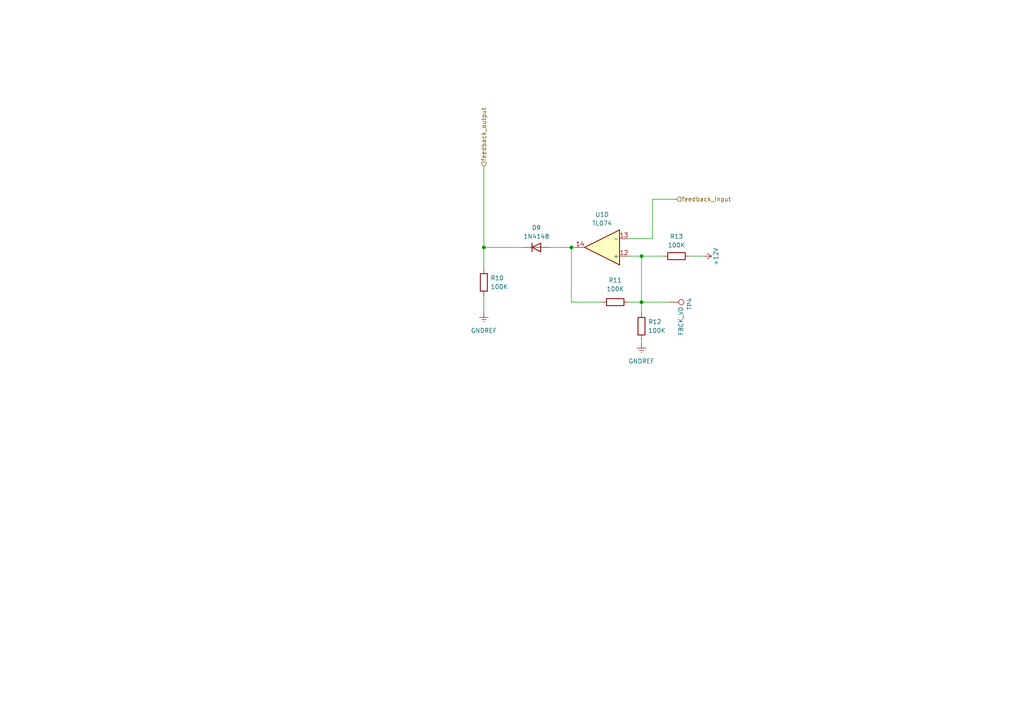
<source format=kicad_sch>
(kicad_sch (version 20231120) (generator "eeschema") (generator_version "8.0")
  (paper "A4")
  (lib_symbols
    (symbol "Amplifier_Operational:TL074" (pin_names (offset 0.127))
      (property "Reference" "U" (at 0 5.08 0))
      (property "Value" "TL074" (at 0 -5.08 0))
      (symbol "TL074_1_1"
        (polyline (pts (xy -5.08 5.08) (xy 5.08 0) (xy -5.08 -5.08) (xy -5.08 5.08)) (stroke (width 0.254)) (fill (type background)))
        (pin output line (at 7.62 0 180) (length 2.54) (name "~") (number "1"))
        (pin input line (at -7.62 -2.54 0) (length 2.54) (name "-") (number "2"))
        (pin input line (at -7.62 2.54 0) (length 2.54) (name "+") (number "3"))
      )
      (symbol "TL074_2_1"
        (polyline (pts (xy -5.08 5.08) (xy 5.08 0) (xy -5.08 -5.08) (xy -5.08 5.08)) (stroke (width 0.254)) (fill (type background)))
        (pin input line (at -7.62 2.54 0) (length 2.54) (name "+") (number "5"))
        (pin input line (at -7.62 -2.54 0) (length 2.54) (name "-") (number "6"))
        (pin output line (at 7.62 0 180) (length 2.54) (name "~") (number "7"))
      )
      (symbol "TL074_3_1"
        (polyline (pts (xy -5.08 5.08) (xy 5.08 0) (xy -5.08 -5.08) (xy -5.08 5.08)) (stroke (width 0.254)) (fill (type background)))
        (pin input line (at -7.62 2.54 0) (length 2.54) (name "+") (number "10"))
        (pin output line (at 7.62 0 180) (length 2.54) (name "~") (number "8"))
        (pin input line (at -7.62 -2.54 0) (length 2.54) (name "-") (number "9"))
      )
      (symbol "TL074_4_1"
        (polyline (pts (xy -5.08 5.08) (xy 5.08 0) (xy -5.08 -5.08) (xy -5.08 5.08)) (stroke (width 0.254)) (fill (type background)))
        (pin input line (at -7.62 2.54 0) (length 2.54) (name "+") (number "12"))
        (pin input line (at -7.62 -2.54 0) (length 2.54) (name "-") (number "13"))
        (pin output line (at 7.62 0 180) (length 2.54) (name "~") (number "14"))
      )
      (symbol "TL074_5_1"
        (pin power_in line (at -2.54 -7.62 90) (length 3.81) (name "V-") (number "11"))
        (pin power_in line (at -2.54 7.62 270) (length 3.81) (name "V+") (number "4"))
      )
    )
    (symbol "Connector:TestPoint" (pin_numbers hide) (pin_names (offset 0.762) hide)
      (property "Reference" "TP" (at 0 6.858 0))
      (property "Value" "TestPoint" (at 0 5.08 0))
      (symbol "TestPoint_0_1"
        (circle (center 0 3.302) (radius 0.762))
      )
      (symbol "TestPoint_1_1"
        (pin passive line (at 0 0 90) (length 2.54) (name "1") (number "1"))
      )
    )
    (symbol "power:+12V" (power) (pin_numbers hide) (pin_names (offset 0) hide)
      (property "Value" "+12V" (at 0 3.556 0))
      (symbol "+12V_0_1"
        (polyline (pts (xy -0.762 1.27) (xy 0 2.54)))
        (polyline (pts (xy 0 0) (xy 0 2.54)))
        (polyline (pts (xy 0 2.54) (xy 0.762 1.27)))
      )
      (symbol "+12V_1_1"
        (pin power_in line (at 0 0 90) (length 0) (name "~") (number "1"))
      )
    )
    (symbol "power:GNDREF" (power) (pin_numbers hide) (pin_names (offset 0) hide)
      (property "Value" "GNDREF" (at 0 -3.81 0))
      (symbol "GNDREF_0_1"
        (polyline (pts (xy -0.635 -1.905) (xy 0.635 -1.905)))
        (polyline (pts (xy -0.127 -2.54) (xy 0.127 -2.54)))
        (polyline (pts (xy 0 -1.27) (xy 0 0)))
        (polyline (pts (xy 1.27 -1.27) (xy -1.27 -1.27)))
      )
      (symbol "GNDREF_1_1"
        (pin power_in line (at 0 0 270) (length 0) (name "~") (number "1"))
      )
    )
    (symbol "synth:D_Signal (1N4148)" (pin_numbers hide) (pin_names hide)
      (property "Reference" "D" (at 0 2.54 0))
      (property "Value" "1N4148" (at 0 -2.54 0))
      (symbol "D_Signal (1N4148)_0_1"
        (polyline (pts (xy -1.27 1.27) (xy -1.27 -1.27)) (stroke (width 0.254)))
        (polyline (pts (xy 1.27 0) (xy -1.27 0)))
        (polyline (pts (xy 1.27 1.27) (xy 1.27 -1.27) (xy -1.27 0) (xy 1.27 1.27)) (stroke (width 0.254)))
      )
      (symbol "D_Signal (1N4148)_1_1"
        (pin passive line (at -3.81 0 0) (length 2.54) (name "K") (number "1"))
        (pin passive line (at 3.81 0 180) (length 2.54) (name "A") (number "2"))
      )
    )
    (symbol "synth:R_Default" (pin_numbers hide) (pin_names (offset 0))
      (property "Reference" "R" (at -2.032 0 90))
      (property "Value" "R1" (at 2.032 0 90))
      (symbol "R_Default_0_1"
        (rectangle (start 1.016 -2.54) (end -1.016 2.54) (stroke (width 0.254)))
      )
      (symbol "R_Default_1_1"
        (pin passive line (at 0 -3.81 90) (length 1.27) (name "~") (number "1"))
        (pin passive line (at 0 3.81 270) (length 1.27) (name "~") (number "2"))
      )
    )
  )
  (junction (at 140.335 71.755))
  (junction (at 165.735 71.755))
  (junction (at 186.055 74.295))
  (junction (at 186.055 87.63))
  (wire (pts (xy 189.23 57.785) (xy 189.23 69.215)))
  (wire (pts (xy 182.245 74.295) (xy 186.055 74.295)))
  (wire (pts (xy 194.31 87.63) (xy 186.055 87.63)))
  (wire (pts (xy 140.335 71.755) (xy 151.765 71.755)))
  (wire (pts (xy 200.025 74.295) (xy 203.835 74.295)))
  (wire (pts (xy 186.055 99.695) (xy 186.055 98.425)))
  (wire (pts (xy 192.405 74.295) (xy 186.055 74.295)))
  (wire (pts (xy 165.735 71.755) (xy 159.385 71.755)))
  (wire (pts (xy 165.735 87.63) (xy 165.735 71.755)))
  (wire (pts (xy 140.335 85.725) (xy 140.335 90.805)))
  (wire (pts (xy 189.23 57.785) (xy 196.215 57.785)))
  (wire (pts (xy 174.625 87.63) (xy 165.735 87.63)))
  (wire (pts (xy 182.245 87.63) (xy 186.055 87.63)))
  (wire (pts (xy 189.23 69.215) (xy 182.245 69.215)))
  (wire (pts (xy 165.735 71.755) (xy 167.005 71.755)))
  (wire (pts (xy 140.335 71.755) (xy 140.335 78.105)))
  (wire (pts (xy 186.055 90.805) (xy 186.055 87.63)))
  (wire (pts (xy 140.335 48.26) (xy 140.335 71.755)))
  (wire (pts (xy 186.055 74.295) (xy 186.055 87.63)))
  (hierarchical_label "feedback_input" (shape input) (at 196.215 57.785 0))
  (hierarchical_label "feedback_output" (shape input) (at 140.335 48.26 90))
  (symbol (lib_id "synth:R_Default") (at 196.215 74.295 90) (unit 1)
    (property "Reference" "R13" (at 196.215 68.58 90))
    (property "Value" "100K" (at 196.215 71.12 90))
    (property "Footprint" "Synth:R_Default (DIN0207)" (effects (hide yes)))
    (property "Description" "Resistor" (effects (hide yes)))
  )
  (symbol (lib_id "synth:R_Default") (at 186.055 94.615 0) (unit 1)
    (property "Reference" "R12" (at 187.96 93.3449 0) (effects (justify left)))
    (property "Value" "100K" (at 187.96 95.8849 0) (effects (justify left)))
    (property "Footprint" "Synth:R_Default (DIN0207)" (effects (hide yes)))
    (property "Description" "Resistor" (effects (hide yes)))
  )
  (symbol (lib_id "synth:R_Default") (at 178.435 87.63 90) (unit 1)
    (property "Reference" "R11" (at 178.435 81.28 90))
    (property "Value" "100K" (at 178.435 83.82 90))
    (property "Footprint" "Synth:R_Default (DIN0207)" (effects (hide yes)))
    (property "Description" "Resistor" (effects (hide yes)))
  )
  (symbol (lib_id "Amplifier_Operational:TL074") (at 174.625 71.755 180) (unit 4)
    (property "Reference" "U1" (at 174.625 62.23 0))
    (property "Value" "TL074" (at 174.625 64.77 0))
    (property "Footprint" "Package_DIP:DIP-14_W7.62mm_Socket_LongPads" (effects (hide yes)))
    (property "Datasheet" "http://www.ti.com/lit/ds/symlink/tl071.pdf" (effects (hide yes)))
    (property "Description" "Quad Low-Noise JFET-Input Operational Amplifiers, DIP-14/SOIC-14" (effects (hide yes)))
  )
  (symbol (lib_id "Connector:TestPoint") (at 194.31 87.63 270) (unit 1) (in_bom no)
    (property "Reference" "TP4" (at 200.025 86.36 0) (effects (justify left)))
    (property "Value" "FBCK_VD" (at 197.485 88.9 0) (effects (justify left)))
    (property "Footprint" "Connector_Pin:Pin_D1.0mm_L10.0mm" (effects (hide yes)))
    (property "Description" "test point" (effects (hide yes)))
  )
  (symbol (lib_id "synth:D_Signal (1N4148)") (at 155.575 71.755 0) (unit 1)
    (property "Reference" "D9" (at 155.575 66.04 0))
    (property "Value" "1N4148" (at 155.575 68.58 0))
    (property "Footprint" "Synth:D_DO-35_SOD27_P7.62mm_Horizontal" (effects (hide yes)))
    (property "Datasheet" "https://assets.nexperia.com/documents/data-sheet/1N4148_1N4448.pdf" (effects (hide yes)))
    (property "Description" "100V 0.15A standard switching diode, DO-35" (effects (hide yes)))
    (property "Sim.Device" "D" (effects (hide yes)))
    (property "Sim.Pins" "1=K 2=A" (effects (hide yes)))
  )
  (symbol (lib_id "power:GNDREF") (at 186.055 99.695 0) (unit 1)
    (property "Reference" "#PWR026" (effects (hide yes)))
    (property "Value" "GNDREF" (at 186.055 104.775 0))
    (property "Description" "Power symbol creates a global label with name \"GNDREF\" , reference supply ground" (effects (hide yes)))
  )
  (symbol (lib_id "synth:R_Default") (at 140.335 81.915 180) (unit 1)
    (property "Reference" "R10" (at 142.24 80.6449 0) (effects (justify right)))
    (property "Value" "100K" (at 142.24 83.1849 0) (effects (justify right)))
    (property "Footprint" "Synth:R_Default (DIN0207)" (effects (hide yes)))
    (property "Description" "Resistor" (effects (hide yes)))
  )
  (symbol (lib_id "power:GNDREF") (at 140.335 90.805 0) (unit 1)
    (property "Reference" "#PWR025" (effects (hide yes)))
    (property "Value" "GNDREF" (at 140.335 95.885 0))
    (property "Description" "Power symbol creates a global label with name \"GNDREF\" , reference supply ground" (effects (hide yes)))
  )
  (symbol (lib_id "power:+12V") (at 203.835 74.295 270) (unit 1)
    (property "Reference" "#PWR027" (effects (hide yes)))
    (property "Value" "+12V" (at 207.645 71.755 0) (effects (justify left)))
    (property "Description" "Power symbol creates a global label with name \"+12V\"" (effects (hide yes)))
  )
)
</source>
